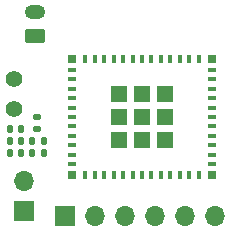
<source format=gbr>
%TF.GenerationSoftware,KiCad,Pcbnew,(6.0.0)*%
%TF.CreationDate,2022-03-25T10:48:22+03:00*%
%TF.ProjectId,Ringturnpage,52696e67-7475-4726-9e70-6167652e6b69,rev?*%
%TF.SameCoordinates,Original*%
%TF.FileFunction,Soldermask,Top*%
%TF.FilePolarity,Negative*%
%FSLAX46Y46*%
G04 Gerber Fmt 4.6, Leading zero omitted, Abs format (unit mm)*
G04 Created by KiCad (PCBNEW (6.0.0)) date 2022-03-25 10:48:22*
%MOMM*%
%LPD*%
G01*
G04 APERTURE LIST*
G04 Aperture macros list*
%AMRoundRect*
0 Rectangle with rounded corners*
0 $1 Rounding radius*
0 $2 $3 $4 $5 $6 $7 $8 $9 X,Y pos of 4 corners*
0 Add a 4 corners polygon primitive as box body*
4,1,4,$2,$3,$4,$5,$6,$7,$8,$9,$2,$3,0*
0 Add four circle primitives for the rounded corners*
1,1,$1+$1,$2,$3*
1,1,$1+$1,$4,$5*
1,1,$1+$1,$6,$7*
1,1,$1+$1,$8,$9*
0 Add four rect primitives between the rounded corners*
20,1,$1+$1,$2,$3,$4,$5,0*
20,1,$1+$1,$4,$5,$6,$7,0*
20,1,$1+$1,$6,$7,$8,$9,0*
20,1,$1+$1,$8,$9,$2,$3,0*%
G04 Aperture macros list end*
%ADD10RoundRect,0.135000X0.135000X0.185000X-0.135000X0.185000X-0.135000X-0.185000X0.135000X-0.185000X0*%
%ADD11RoundRect,0.147500X-0.147500X-0.172500X0.147500X-0.172500X0.147500X0.172500X-0.147500X0.172500X0*%
%ADD12R,1.700000X1.700000*%
%ADD13O,1.700000X1.700000*%
%ADD14RoundRect,0.135000X-0.185000X0.135000X-0.185000X-0.135000X0.185000X-0.135000X0.185000X0.135000X0*%
%ADD15R,0.800000X0.400000*%
%ADD16R,0.400000X0.800000*%
%ADD17R,1.450000X1.450000*%
%ADD18R,0.700000X0.700000*%
%ADD19RoundRect,0.250000X0.625000X-0.350000X0.625000X0.350000X-0.625000X0.350000X-0.625000X-0.350000X0*%
%ADD20O,1.750000X1.200000*%
%ADD21C,1.400000*%
G04 APERTURE END LIST*
D10*
%TO.C,R9*%
X138890000Y-94110000D03*
X137870000Y-94110000D03*
%TD*%
D11*
%TO.C,D1*%
X135952500Y-92080000D03*
X136922500Y-92080000D03*
%TD*%
%TO.C,D3*%
X135955000Y-94110000D03*
X136925000Y-94110000D03*
%TD*%
D12*
%TO.C,J2*%
X140680000Y-99465000D03*
D13*
X143220000Y-99465000D03*
X145760000Y-99465000D03*
X148300000Y-99465000D03*
X150840000Y-99465000D03*
X153380000Y-99465000D03*
%TD*%
D14*
%TO.C,R7*%
X138230000Y-91050000D03*
X138230000Y-92070000D03*
%TD*%
D10*
%TO.C,R8*%
X138882500Y-93080000D03*
X137862500Y-93080000D03*
%TD*%
D11*
%TO.C,D2*%
X135947500Y-93100000D03*
X136917500Y-93100000D03*
%TD*%
D15*
%TO.C,IC1*%
X141260000Y-87050000D03*
X141260000Y-87850000D03*
X141260000Y-88650000D03*
X141260000Y-89450000D03*
X141260000Y-90250000D03*
X141260000Y-91050000D03*
X141260000Y-91850000D03*
X141260000Y-92650000D03*
X141260000Y-93450000D03*
X141260000Y-94250000D03*
X141260000Y-95050000D03*
D16*
X142360000Y-95950000D03*
X143160000Y-95950000D03*
X143960000Y-95950000D03*
X144760000Y-95950000D03*
X145560000Y-95950000D03*
X146360000Y-95950000D03*
X147160000Y-95950000D03*
X147960000Y-95950000D03*
X148760000Y-95950000D03*
X149560000Y-95950000D03*
X150360000Y-95950000D03*
X151160000Y-95950000D03*
X151960000Y-95950000D03*
D15*
X153060000Y-95050000D03*
X153060000Y-94250000D03*
X153060000Y-93450000D03*
X153060000Y-92650000D03*
X153060000Y-91850000D03*
X153060000Y-91050000D03*
X153060000Y-90250000D03*
X153060000Y-89450000D03*
X153060000Y-88650000D03*
X153060000Y-87850000D03*
X153060000Y-87050000D03*
D16*
X151960000Y-86150000D03*
X151160000Y-86150000D03*
X150360000Y-86150000D03*
X149560000Y-86150000D03*
X148760000Y-86150000D03*
X147960000Y-86150000D03*
X147160000Y-86150000D03*
X146360000Y-86150000D03*
X145560000Y-86150000D03*
X144760000Y-86150000D03*
X143960000Y-86150000D03*
X143160000Y-86150000D03*
X142360000Y-86150000D03*
D17*
X147160000Y-91050000D03*
X149135000Y-89075000D03*
X147160000Y-89075000D03*
X145185000Y-89075000D03*
X145185000Y-91050000D03*
X145185000Y-93025000D03*
X147160000Y-93025000D03*
X149135000Y-93025000D03*
X149135000Y-91050000D03*
D18*
X141210000Y-86100000D03*
X141210000Y-96000000D03*
X153110000Y-96000000D03*
X153110000Y-86100000D03*
%TD*%
D12*
%TO.C,J3*%
X137160000Y-98995000D03*
D13*
X137160000Y-96455000D03*
%TD*%
D19*
%TO.C,J4*%
X138100000Y-84160000D03*
D20*
X138100000Y-82160000D03*
%TD*%
D21*
%TO.C,J5*%
X136305000Y-90385000D03*
X136305000Y-87845000D03*
%TD*%
M02*

</source>
